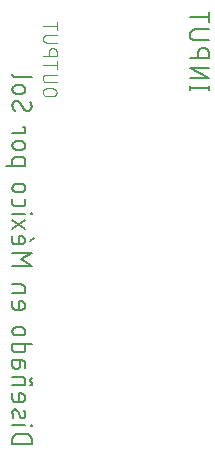
<source format=gbr>
G04 EAGLE Gerber RS-274X export*
G75*
%MOMM*%
%FSLAX34Y34*%
%LPD*%
%INSilkscreen Bottom*%
%IPPOS*%
%AMOC8*
5,1,8,0,0,1.08239X$1,22.5*%
G01*
%ADD10C,0.152400*%
%ADD11C,0.101600*%


D10*
X22982Y32891D02*
X39238Y32891D01*
X39238Y37406D01*
X39236Y37537D01*
X39230Y37669D01*
X39221Y37800D01*
X39207Y37930D01*
X39190Y38061D01*
X39169Y38190D01*
X39145Y38319D01*
X39116Y38447D01*
X39084Y38575D01*
X39048Y38701D01*
X39009Y38826D01*
X38966Y38951D01*
X38919Y39073D01*
X38869Y39195D01*
X38815Y39315D01*
X38758Y39433D01*
X38697Y39549D01*
X38633Y39664D01*
X38566Y39777D01*
X38495Y39888D01*
X38421Y39996D01*
X38344Y40103D01*
X38264Y40207D01*
X38181Y40309D01*
X38096Y40408D01*
X38007Y40505D01*
X37915Y40599D01*
X37821Y40691D01*
X37724Y40780D01*
X37625Y40865D01*
X37523Y40948D01*
X37419Y41028D01*
X37312Y41105D01*
X37204Y41179D01*
X37093Y41250D01*
X36980Y41317D01*
X36865Y41381D01*
X36749Y41442D01*
X36631Y41499D01*
X36511Y41553D01*
X36389Y41603D01*
X36267Y41650D01*
X36142Y41693D01*
X36017Y41732D01*
X35891Y41768D01*
X35763Y41800D01*
X35635Y41829D01*
X35506Y41853D01*
X35377Y41874D01*
X35246Y41891D01*
X35116Y41905D01*
X34985Y41914D01*
X34853Y41920D01*
X34722Y41922D01*
X27498Y41922D01*
X27367Y41920D01*
X27235Y41914D01*
X27104Y41905D01*
X26974Y41891D01*
X26843Y41874D01*
X26714Y41853D01*
X26585Y41829D01*
X26457Y41800D01*
X26329Y41768D01*
X26203Y41732D01*
X26078Y41693D01*
X25953Y41650D01*
X25831Y41603D01*
X25709Y41553D01*
X25589Y41499D01*
X25471Y41442D01*
X25355Y41381D01*
X25240Y41317D01*
X25127Y41250D01*
X25016Y41179D01*
X24908Y41105D01*
X24801Y41028D01*
X24697Y40948D01*
X24595Y40865D01*
X24496Y40780D01*
X24399Y40691D01*
X24305Y40599D01*
X24213Y40505D01*
X24124Y40408D01*
X24039Y40309D01*
X23956Y40207D01*
X23876Y40103D01*
X23799Y39996D01*
X23725Y39888D01*
X23654Y39777D01*
X23587Y39664D01*
X23523Y39549D01*
X23462Y39433D01*
X23405Y39315D01*
X23351Y39195D01*
X23301Y39073D01*
X23254Y38951D01*
X23211Y38826D01*
X23172Y38701D01*
X23136Y38575D01*
X23104Y38447D01*
X23075Y38319D01*
X23051Y38190D01*
X23030Y38061D01*
X23013Y37930D01*
X22999Y37800D01*
X22990Y37669D01*
X22984Y37537D01*
X22982Y37406D01*
X22982Y32891D01*
X22982Y48869D02*
X33819Y48869D01*
X38335Y48418D02*
X39238Y48418D01*
X39238Y49321D01*
X38335Y49321D01*
X38335Y48418D01*
X29304Y56511D02*
X27498Y61027D01*
X29304Y56511D02*
X29341Y56423D01*
X29382Y56337D01*
X29426Y56252D01*
X29474Y56169D01*
X29525Y56089D01*
X29579Y56010D01*
X29637Y55934D01*
X29697Y55860D01*
X29761Y55788D01*
X29827Y55720D01*
X29897Y55654D01*
X29968Y55591D01*
X30043Y55530D01*
X30119Y55473D01*
X30198Y55420D01*
X30279Y55369D01*
X30362Y55322D01*
X30447Y55278D01*
X30534Y55238D01*
X30622Y55201D01*
X30712Y55168D01*
X30803Y55138D01*
X30895Y55113D01*
X30988Y55091D01*
X31082Y55073D01*
X31176Y55058D01*
X31271Y55048D01*
X31367Y55042D01*
X31462Y55039D01*
X31558Y55040D01*
X31653Y55046D01*
X31749Y55055D01*
X31843Y55068D01*
X31937Y55084D01*
X32031Y55105D01*
X32123Y55130D01*
X32214Y55158D01*
X32304Y55190D01*
X32393Y55225D01*
X32480Y55264D01*
X32566Y55307D01*
X32650Y55353D01*
X32731Y55403D01*
X32811Y55455D01*
X32889Y55511D01*
X32964Y55571D01*
X33036Y55633D01*
X33106Y55698D01*
X33174Y55766D01*
X33238Y55836D01*
X33300Y55909D01*
X33358Y55985D01*
X33414Y56063D01*
X33466Y56143D01*
X33515Y56225D01*
X33560Y56309D01*
X33602Y56395D01*
X33641Y56482D01*
X33676Y56571D01*
X33707Y56662D01*
X33734Y56753D01*
X33758Y56846D01*
X33778Y56939D01*
X33794Y57033D01*
X33806Y57128D01*
X33815Y57223D01*
X33819Y57319D01*
X33820Y57414D01*
X33813Y57661D01*
X33801Y57907D01*
X33783Y58153D01*
X33758Y58399D01*
X33728Y58643D01*
X33692Y58887D01*
X33651Y59130D01*
X33603Y59372D01*
X33549Y59613D01*
X33490Y59852D01*
X33425Y60090D01*
X33354Y60326D01*
X33278Y60561D01*
X33196Y60794D01*
X33108Y61024D01*
X33015Y61252D01*
X32917Y61479D01*
X27497Y61027D02*
X27460Y61115D01*
X27419Y61201D01*
X27375Y61286D01*
X27327Y61369D01*
X27276Y61449D01*
X27222Y61528D01*
X27164Y61604D01*
X27104Y61678D01*
X27040Y61750D01*
X26974Y61818D01*
X26904Y61884D01*
X26833Y61947D01*
X26758Y62008D01*
X26682Y62065D01*
X26603Y62118D01*
X26522Y62169D01*
X26439Y62216D01*
X26354Y62260D01*
X26267Y62300D01*
X26179Y62337D01*
X26089Y62370D01*
X25998Y62400D01*
X25906Y62425D01*
X25813Y62447D01*
X25719Y62465D01*
X25625Y62480D01*
X25530Y62490D01*
X25434Y62496D01*
X25339Y62499D01*
X25243Y62498D01*
X25148Y62492D01*
X25052Y62483D01*
X24958Y62470D01*
X24864Y62454D01*
X24770Y62433D01*
X24678Y62408D01*
X24587Y62380D01*
X24497Y62348D01*
X24408Y62313D01*
X24321Y62274D01*
X24235Y62231D01*
X24151Y62185D01*
X24070Y62135D01*
X23990Y62083D01*
X23912Y62027D01*
X23837Y61967D01*
X23765Y61905D01*
X23695Y61840D01*
X23627Y61772D01*
X23563Y61702D01*
X23501Y61629D01*
X23443Y61553D01*
X23387Y61475D01*
X23335Y61395D01*
X23286Y61313D01*
X23241Y61229D01*
X23199Y61143D01*
X23160Y61056D01*
X23125Y60967D01*
X23094Y60876D01*
X23067Y60785D01*
X23043Y60692D01*
X23023Y60599D01*
X23007Y60505D01*
X22995Y60410D01*
X22986Y60315D01*
X22982Y60219D01*
X22981Y60124D01*
X22982Y60123D02*
X22991Y59761D01*
X23009Y59399D01*
X23036Y59038D01*
X23071Y58678D01*
X23114Y58318D01*
X23166Y57959D01*
X23227Y57602D01*
X23296Y57247D01*
X23373Y56893D01*
X23459Y56541D01*
X23553Y56191D01*
X23656Y55843D01*
X23766Y55498D01*
X23885Y55156D01*
X22982Y71413D02*
X22982Y75928D01*
X22982Y71413D02*
X22984Y71312D01*
X22990Y71211D01*
X22999Y71110D01*
X23012Y71009D01*
X23029Y70909D01*
X23050Y70810D01*
X23074Y70712D01*
X23102Y70615D01*
X23134Y70518D01*
X23169Y70423D01*
X23208Y70330D01*
X23250Y70238D01*
X23296Y70147D01*
X23345Y70059D01*
X23397Y69972D01*
X23453Y69887D01*
X23511Y69804D01*
X23573Y69724D01*
X23638Y69646D01*
X23705Y69570D01*
X23775Y69497D01*
X23848Y69427D01*
X23924Y69360D01*
X24002Y69295D01*
X24082Y69233D01*
X24165Y69175D01*
X24250Y69119D01*
X24337Y69067D01*
X24425Y69018D01*
X24516Y68972D01*
X24608Y68930D01*
X24701Y68891D01*
X24796Y68856D01*
X24893Y68824D01*
X24990Y68796D01*
X25088Y68772D01*
X25187Y68751D01*
X25287Y68734D01*
X25388Y68721D01*
X25489Y68712D01*
X25590Y68706D01*
X25691Y68704D01*
X25691Y68703D02*
X30207Y68703D01*
X30207Y68704D02*
X30326Y68706D01*
X30446Y68712D01*
X30565Y68722D01*
X30683Y68736D01*
X30802Y68753D01*
X30919Y68775D01*
X31036Y68800D01*
X31151Y68830D01*
X31266Y68863D01*
X31380Y68900D01*
X31492Y68940D01*
X31603Y68985D01*
X31712Y69033D01*
X31820Y69084D01*
X31926Y69139D01*
X32030Y69198D01*
X32132Y69260D01*
X32232Y69325D01*
X32330Y69394D01*
X32426Y69466D01*
X32519Y69541D01*
X32609Y69618D01*
X32697Y69699D01*
X32782Y69783D01*
X32864Y69870D01*
X32944Y69959D01*
X33020Y70051D01*
X33094Y70145D01*
X33164Y70242D01*
X33231Y70340D01*
X33295Y70441D01*
X33355Y70545D01*
X33412Y70650D01*
X33465Y70757D01*
X33515Y70865D01*
X33561Y70975D01*
X33603Y71087D01*
X33642Y71200D01*
X33677Y71314D01*
X33708Y71429D01*
X33736Y71546D01*
X33759Y71663D01*
X33779Y71780D01*
X33795Y71899D01*
X33807Y72018D01*
X33815Y72137D01*
X33819Y72256D01*
X33819Y72376D01*
X33815Y72495D01*
X33807Y72614D01*
X33795Y72733D01*
X33779Y72852D01*
X33759Y72969D01*
X33736Y73086D01*
X33708Y73203D01*
X33677Y73318D01*
X33642Y73432D01*
X33603Y73545D01*
X33561Y73657D01*
X33515Y73767D01*
X33465Y73875D01*
X33412Y73982D01*
X33355Y74087D01*
X33295Y74191D01*
X33231Y74292D01*
X33164Y74390D01*
X33094Y74487D01*
X33020Y74581D01*
X32944Y74673D01*
X32864Y74762D01*
X32782Y74849D01*
X32697Y74933D01*
X32609Y75014D01*
X32519Y75091D01*
X32426Y75166D01*
X32330Y75238D01*
X32232Y75307D01*
X32132Y75372D01*
X32030Y75434D01*
X31926Y75493D01*
X31820Y75548D01*
X31712Y75599D01*
X31603Y75647D01*
X31492Y75692D01*
X31380Y75732D01*
X31266Y75769D01*
X31151Y75802D01*
X31036Y75832D01*
X30919Y75857D01*
X30802Y75879D01*
X30683Y75896D01*
X30565Y75910D01*
X30446Y75920D01*
X30326Y75926D01*
X30207Y75928D01*
X28401Y75928D01*
X28401Y68703D01*
X22982Y82772D02*
X33819Y82772D01*
X33819Y87287D01*
X33817Y87388D01*
X33811Y87489D01*
X33802Y87590D01*
X33789Y87691D01*
X33772Y87791D01*
X33751Y87890D01*
X33727Y87988D01*
X33699Y88085D01*
X33667Y88182D01*
X33632Y88277D01*
X33593Y88370D01*
X33551Y88462D01*
X33505Y88553D01*
X33456Y88642D01*
X33404Y88728D01*
X33348Y88813D01*
X33290Y88896D01*
X33228Y88976D01*
X33163Y89054D01*
X33096Y89130D01*
X33026Y89203D01*
X32953Y89273D01*
X32877Y89340D01*
X32799Y89405D01*
X32719Y89467D01*
X32636Y89525D01*
X32551Y89581D01*
X32465Y89633D01*
X32376Y89682D01*
X32285Y89728D01*
X32193Y89770D01*
X32100Y89809D01*
X32005Y89844D01*
X31908Y89876D01*
X31811Y89904D01*
X31713Y89928D01*
X31614Y89949D01*
X31514Y89966D01*
X31413Y89979D01*
X31312Y89988D01*
X31211Y89994D01*
X31110Y89996D01*
X22982Y89996D01*
X37883Y82772D02*
X37966Y82774D01*
X38050Y82780D01*
X38133Y82789D01*
X38215Y82803D01*
X38296Y82820D01*
X38377Y82841D01*
X38457Y82866D01*
X38535Y82894D01*
X38612Y82926D01*
X38688Y82961D01*
X38762Y83000D01*
X38834Y83043D01*
X38904Y83088D01*
X38971Y83137D01*
X39037Y83189D01*
X39100Y83243D01*
X39160Y83301D01*
X39218Y83361D01*
X39272Y83424D01*
X39324Y83490D01*
X39373Y83557D01*
X39419Y83627D01*
X39461Y83699D01*
X39500Y83773D01*
X39535Y83849D01*
X39567Y83926D01*
X39595Y84004D01*
X39620Y84084D01*
X39641Y84165D01*
X39658Y84246D01*
X39672Y84329D01*
X39681Y84411D01*
X39687Y84495D01*
X39689Y84578D01*
X39690Y84578D02*
X39688Y84653D01*
X39682Y84728D01*
X39673Y84802D01*
X39659Y84876D01*
X39642Y84949D01*
X39621Y85021D01*
X39597Y85092D01*
X39569Y85162D01*
X39537Y85230D01*
X39502Y85296D01*
X39464Y85361D01*
X39422Y85423D01*
X39377Y85483D01*
X39330Y85541D01*
X39279Y85597D01*
X39226Y85649D01*
X39169Y85699D01*
X39111Y85746D01*
X39050Y85790D01*
X38987Y85831D01*
X38922Y85868D01*
X38855Y85902D01*
X38787Y85933D01*
X38786Y85932D02*
X38718Y85963D01*
X38651Y85997D01*
X38586Y86034D01*
X38523Y86075D01*
X38462Y86119D01*
X38404Y86166D01*
X38347Y86216D01*
X38294Y86268D01*
X38243Y86324D01*
X38196Y86381D01*
X38151Y86442D01*
X38109Y86504D01*
X38071Y86569D01*
X38036Y86635D01*
X38004Y86703D01*
X37976Y86773D01*
X37952Y86844D01*
X37931Y86916D01*
X37914Y86989D01*
X37900Y87063D01*
X37891Y87137D01*
X37885Y87212D01*
X37883Y87287D01*
X37885Y87370D01*
X37891Y87454D01*
X37900Y87536D01*
X37914Y87619D01*
X37931Y87700D01*
X37952Y87781D01*
X37977Y87861D01*
X38005Y87939D01*
X38037Y88016D01*
X38072Y88092D01*
X38111Y88166D01*
X38154Y88238D01*
X38199Y88308D01*
X38248Y88375D01*
X38300Y88441D01*
X38354Y88504D01*
X38412Y88564D01*
X38472Y88622D01*
X38535Y88676D01*
X38601Y88728D01*
X38668Y88777D01*
X38738Y88823D01*
X38810Y88865D01*
X38884Y88904D01*
X38960Y88939D01*
X39037Y88971D01*
X39115Y88999D01*
X39195Y89024D01*
X39276Y89045D01*
X39357Y89062D01*
X39440Y89076D01*
X39522Y89085D01*
X39606Y89091D01*
X39689Y89093D01*
X29304Y99927D02*
X29304Y103991D01*
X29304Y99927D02*
X29302Y99815D01*
X29296Y99704D01*
X29286Y99593D01*
X29273Y99482D01*
X29255Y99372D01*
X29233Y99263D01*
X29208Y99154D01*
X29179Y99046D01*
X29146Y98940D01*
X29109Y98834D01*
X29069Y98730D01*
X29025Y98628D01*
X28977Y98527D01*
X28926Y98428D01*
X28871Y98330D01*
X28813Y98235D01*
X28752Y98142D01*
X28687Y98051D01*
X28619Y97962D01*
X28548Y97876D01*
X28475Y97793D01*
X28398Y97712D01*
X28318Y97633D01*
X28236Y97558D01*
X28151Y97486D01*
X28064Y97416D01*
X27974Y97350D01*
X27882Y97287D01*
X27787Y97227D01*
X27691Y97171D01*
X27593Y97118D01*
X27493Y97069D01*
X27391Y97023D01*
X27288Y96981D01*
X27183Y96942D01*
X27077Y96907D01*
X26970Y96876D01*
X26862Y96849D01*
X26753Y96825D01*
X26643Y96806D01*
X26533Y96790D01*
X26422Y96778D01*
X26310Y96770D01*
X26199Y96766D01*
X26087Y96766D01*
X25976Y96770D01*
X25864Y96778D01*
X25753Y96790D01*
X25643Y96806D01*
X25533Y96825D01*
X25424Y96849D01*
X25316Y96876D01*
X25209Y96907D01*
X25103Y96942D01*
X24998Y96981D01*
X24895Y97023D01*
X24793Y97069D01*
X24693Y97118D01*
X24595Y97171D01*
X24499Y97227D01*
X24404Y97287D01*
X24312Y97350D01*
X24222Y97416D01*
X24135Y97486D01*
X24050Y97558D01*
X23968Y97633D01*
X23888Y97712D01*
X23811Y97793D01*
X23738Y97876D01*
X23667Y97962D01*
X23599Y98051D01*
X23534Y98142D01*
X23473Y98235D01*
X23415Y98330D01*
X23360Y98428D01*
X23309Y98527D01*
X23261Y98628D01*
X23217Y98730D01*
X23177Y98834D01*
X23140Y98940D01*
X23107Y99046D01*
X23078Y99154D01*
X23053Y99263D01*
X23031Y99372D01*
X23013Y99482D01*
X23000Y99593D01*
X22990Y99704D01*
X22984Y99815D01*
X22982Y99927D01*
X22982Y103991D01*
X31110Y103991D01*
X31211Y103989D01*
X31312Y103983D01*
X31413Y103974D01*
X31514Y103961D01*
X31614Y103944D01*
X31713Y103923D01*
X31811Y103899D01*
X31908Y103871D01*
X32005Y103839D01*
X32100Y103804D01*
X32193Y103765D01*
X32285Y103723D01*
X32376Y103677D01*
X32465Y103628D01*
X32551Y103576D01*
X32636Y103520D01*
X32719Y103462D01*
X32799Y103400D01*
X32877Y103335D01*
X32953Y103268D01*
X33026Y103198D01*
X33096Y103125D01*
X33163Y103049D01*
X33228Y102971D01*
X33290Y102891D01*
X33348Y102808D01*
X33404Y102723D01*
X33456Y102637D01*
X33505Y102548D01*
X33551Y102457D01*
X33593Y102365D01*
X33632Y102272D01*
X33667Y102177D01*
X33699Y102080D01*
X33727Y101983D01*
X33751Y101885D01*
X33772Y101786D01*
X33789Y101686D01*
X33802Y101585D01*
X33811Y101484D01*
X33817Y101383D01*
X33819Y101282D01*
X33819Y97669D01*
X39238Y118059D02*
X22982Y118059D01*
X22982Y113544D01*
X22984Y113443D01*
X22990Y113342D01*
X22999Y113241D01*
X23012Y113140D01*
X23029Y113040D01*
X23050Y112941D01*
X23074Y112843D01*
X23102Y112746D01*
X23134Y112649D01*
X23169Y112554D01*
X23208Y112461D01*
X23250Y112369D01*
X23296Y112278D01*
X23345Y112190D01*
X23397Y112103D01*
X23453Y112018D01*
X23511Y111935D01*
X23573Y111855D01*
X23638Y111777D01*
X23705Y111701D01*
X23775Y111628D01*
X23848Y111558D01*
X23924Y111491D01*
X24002Y111426D01*
X24082Y111364D01*
X24165Y111306D01*
X24250Y111250D01*
X24337Y111198D01*
X24425Y111149D01*
X24516Y111103D01*
X24608Y111061D01*
X24701Y111022D01*
X24796Y110987D01*
X24893Y110955D01*
X24990Y110927D01*
X25088Y110903D01*
X25187Y110882D01*
X25287Y110865D01*
X25388Y110852D01*
X25489Y110843D01*
X25590Y110837D01*
X25691Y110835D01*
X25691Y110834D02*
X31110Y110834D01*
X31110Y110835D02*
X31211Y110837D01*
X31312Y110843D01*
X31413Y110852D01*
X31514Y110865D01*
X31614Y110882D01*
X31713Y110903D01*
X31811Y110927D01*
X31908Y110955D01*
X32005Y110987D01*
X32100Y111022D01*
X32193Y111061D01*
X32285Y111103D01*
X32376Y111149D01*
X32464Y111198D01*
X32551Y111250D01*
X32636Y111306D01*
X32719Y111364D01*
X32799Y111426D01*
X32877Y111491D01*
X32953Y111558D01*
X33026Y111628D01*
X33096Y111701D01*
X33163Y111777D01*
X33228Y111855D01*
X33290Y111935D01*
X33348Y112018D01*
X33404Y112103D01*
X33456Y112189D01*
X33505Y112278D01*
X33551Y112369D01*
X33593Y112461D01*
X33632Y112554D01*
X33667Y112649D01*
X33699Y112746D01*
X33727Y112843D01*
X33751Y112941D01*
X33772Y113040D01*
X33789Y113140D01*
X33802Y113241D01*
X33811Y113342D01*
X33817Y113443D01*
X33819Y113544D01*
X33819Y118059D01*
X30207Y124976D02*
X26594Y124976D01*
X30207Y124976D02*
X30326Y124978D01*
X30446Y124984D01*
X30565Y124994D01*
X30683Y125008D01*
X30802Y125025D01*
X30919Y125047D01*
X31036Y125072D01*
X31151Y125102D01*
X31266Y125135D01*
X31380Y125172D01*
X31492Y125212D01*
X31603Y125257D01*
X31712Y125305D01*
X31820Y125356D01*
X31926Y125411D01*
X32030Y125470D01*
X32132Y125532D01*
X32232Y125597D01*
X32330Y125666D01*
X32426Y125738D01*
X32519Y125813D01*
X32609Y125890D01*
X32697Y125971D01*
X32782Y126055D01*
X32864Y126142D01*
X32944Y126231D01*
X33020Y126323D01*
X33094Y126417D01*
X33164Y126514D01*
X33231Y126612D01*
X33295Y126713D01*
X33355Y126817D01*
X33412Y126922D01*
X33465Y127029D01*
X33515Y127137D01*
X33561Y127247D01*
X33603Y127359D01*
X33642Y127472D01*
X33677Y127586D01*
X33708Y127701D01*
X33736Y127818D01*
X33759Y127935D01*
X33779Y128052D01*
X33795Y128171D01*
X33807Y128290D01*
X33815Y128409D01*
X33819Y128528D01*
X33819Y128648D01*
X33815Y128767D01*
X33807Y128886D01*
X33795Y129005D01*
X33779Y129124D01*
X33759Y129241D01*
X33736Y129358D01*
X33708Y129475D01*
X33677Y129590D01*
X33642Y129704D01*
X33603Y129817D01*
X33561Y129929D01*
X33515Y130039D01*
X33465Y130147D01*
X33412Y130254D01*
X33355Y130359D01*
X33295Y130463D01*
X33231Y130564D01*
X33164Y130662D01*
X33094Y130759D01*
X33020Y130853D01*
X32944Y130945D01*
X32864Y131034D01*
X32782Y131121D01*
X32697Y131205D01*
X32609Y131286D01*
X32519Y131363D01*
X32426Y131438D01*
X32330Y131510D01*
X32232Y131579D01*
X32132Y131644D01*
X32030Y131706D01*
X31926Y131765D01*
X31820Y131820D01*
X31712Y131871D01*
X31603Y131919D01*
X31492Y131964D01*
X31380Y132004D01*
X31266Y132041D01*
X31151Y132074D01*
X31036Y132104D01*
X30919Y132129D01*
X30802Y132151D01*
X30683Y132168D01*
X30565Y132182D01*
X30446Y132192D01*
X30326Y132198D01*
X30207Y132200D01*
X30207Y132201D02*
X26594Y132201D01*
X26594Y132200D02*
X26475Y132198D01*
X26355Y132192D01*
X26236Y132182D01*
X26118Y132168D01*
X25999Y132151D01*
X25882Y132129D01*
X25765Y132104D01*
X25650Y132074D01*
X25535Y132041D01*
X25421Y132004D01*
X25309Y131964D01*
X25198Y131919D01*
X25089Y131871D01*
X24981Y131820D01*
X24875Y131765D01*
X24771Y131706D01*
X24669Y131644D01*
X24569Y131579D01*
X24471Y131510D01*
X24375Y131438D01*
X24282Y131363D01*
X24192Y131286D01*
X24104Y131205D01*
X24019Y131121D01*
X23937Y131034D01*
X23857Y130945D01*
X23781Y130853D01*
X23707Y130759D01*
X23637Y130662D01*
X23570Y130564D01*
X23506Y130463D01*
X23446Y130359D01*
X23389Y130254D01*
X23336Y130147D01*
X23286Y130039D01*
X23240Y129929D01*
X23198Y129817D01*
X23159Y129704D01*
X23124Y129590D01*
X23093Y129475D01*
X23065Y129358D01*
X23042Y129241D01*
X23022Y129124D01*
X23006Y129005D01*
X22994Y128886D01*
X22986Y128767D01*
X22982Y128648D01*
X22982Y128528D01*
X22986Y128409D01*
X22994Y128290D01*
X23006Y128171D01*
X23022Y128052D01*
X23042Y127935D01*
X23065Y127818D01*
X23093Y127701D01*
X23124Y127586D01*
X23159Y127472D01*
X23198Y127359D01*
X23240Y127247D01*
X23286Y127137D01*
X23336Y127029D01*
X23389Y126922D01*
X23446Y126817D01*
X23506Y126713D01*
X23570Y126612D01*
X23637Y126514D01*
X23707Y126417D01*
X23781Y126323D01*
X23857Y126231D01*
X23937Y126142D01*
X24019Y126055D01*
X24104Y125971D01*
X24192Y125890D01*
X24282Y125813D01*
X24375Y125738D01*
X24471Y125666D01*
X24569Y125597D01*
X24669Y125532D01*
X24771Y125470D01*
X24875Y125411D01*
X24981Y125356D01*
X25089Y125305D01*
X25198Y125257D01*
X25309Y125212D01*
X25421Y125172D01*
X25535Y125135D01*
X25650Y125102D01*
X25765Y125072D01*
X25882Y125047D01*
X25999Y125025D01*
X26118Y125008D01*
X26236Y124994D01*
X26355Y124984D01*
X26475Y124978D01*
X26594Y124976D01*
X22982Y149569D02*
X22982Y154084D01*
X22982Y149569D02*
X22984Y149468D01*
X22990Y149367D01*
X22999Y149266D01*
X23012Y149165D01*
X23029Y149065D01*
X23050Y148966D01*
X23074Y148868D01*
X23102Y148771D01*
X23134Y148674D01*
X23169Y148579D01*
X23208Y148486D01*
X23250Y148394D01*
X23296Y148303D01*
X23345Y148215D01*
X23397Y148128D01*
X23453Y148043D01*
X23511Y147960D01*
X23573Y147880D01*
X23638Y147802D01*
X23705Y147726D01*
X23775Y147653D01*
X23848Y147583D01*
X23924Y147516D01*
X24002Y147451D01*
X24082Y147389D01*
X24165Y147331D01*
X24250Y147275D01*
X24337Y147223D01*
X24425Y147174D01*
X24516Y147128D01*
X24608Y147086D01*
X24701Y147047D01*
X24796Y147012D01*
X24893Y146980D01*
X24990Y146952D01*
X25088Y146928D01*
X25187Y146907D01*
X25287Y146890D01*
X25388Y146877D01*
X25489Y146868D01*
X25590Y146862D01*
X25691Y146860D01*
X30207Y146860D01*
X30326Y146862D01*
X30446Y146868D01*
X30565Y146878D01*
X30683Y146892D01*
X30802Y146909D01*
X30919Y146931D01*
X31036Y146956D01*
X31151Y146986D01*
X31266Y147019D01*
X31380Y147056D01*
X31492Y147096D01*
X31603Y147141D01*
X31712Y147189D01*
X31820Y147240D01*
X31926Y147295D01*
X32030Y147354D01*
X32132Y147416D01*
X32232Y147481D01*
X32330Y147550D01*
X32426Y147622D01*
X32519Y147697D01*
X32609Y147774D01*
X32697Y147855D01*
X32782Y147939D01*
X32864Y148026D01*
X32944Y148115D01*
X33020Y148207D01*
X33094Y148301D01*
X33164Y148398D01*
X33231Y148496D01*
X33295Y148597D01*
X33355Y148701D01*
X33412Y148806D01*
X33465Y148913D01*
X33515Y149021D01*
X33561Y149131D01*
X33603Y149243D01*
X33642Y149356D01*
X33677Y149470D01*
X33708Y149585D01*
X33736Y149702D01*
X33759Y149819D01*
X33779Y149936D01*
X33795Y150055D01*
X33807Y150174D01*
X33815Y150293D01*
X33819Y150412D01*
X33819Y150532D01*
X33815Y150651D01*
X33807Y150770D01*
X33795Y150889D01*
X33779Y151008D01*
X33759Y151125D01*
X33736Y151242D01*
X33708Y151359D01*
X33677Y151474D01*
X33642Y151588D01*
X33603Y151701D01*
X33561Y151813D01*
X33515Y151923D01*
X33465Y152031D01*
X33412Y152138D01*
X33355Y152243D01*
X33295Y152347D01*
X33231Y152448D01*
X33164Y152546D01*
X33094Y152643D01*
X33020Y152737D01*
X32944Y152829D01*
X32864Y152918D01*
X32782Y153005D01*
X32697Y153089D01*
X32609Y153170D01*
X32519Y153247D01*
X32426Y153322D01*
X32330Y153394D01*
X32232Y153463D01*
X32132Y153528D01*
X32030Y153590D01*
X31926Y153649D01*
X31820Y153704D01*
X31712Y153755D01*
X31603Y153803D01*
X31492Y153848D01*
X31380Y153888D01*
X31266Y153925D01*
X31151Y153958D01*
X31036Y153988D01*
X30919Y154013D01*
X30802Y154035D01*
X30683Y154052D01*
X30565Y154066D01*
X30446Y154076D01*
X30326Y154082D01*
X30207Y154084D01*
X28401Y154084D01*
X28401Y146860D01*
X22982Y160928D02*
X33819Y160928D01*
X33819Y165443D01*
X33817Y165544D01*
X33811Y165645D01*
X33802Y165746D01*
X33789Y165847D01*
X33772Y165947D01*
X33751Y166046D01*
X33727Y166144D01*
X33699Y166241D01*
X33667Y166338D01*
X33632Y166433D01*
X33593Y166526D01*
X33551Y166618D01*
X33505Y166709D01*
X33456Y166798D01*
X33404Y166884D01*
X33348Y166969D01*
X33290Y167052D01*
X33228Y167132D01*
X33163Y167210D01*
X33096Y167286D01*
X33026Y167359D01*
X32953Y167429D01*
X32877Y167496D01*
X32799Y167561D01*
X32719Y167623D01*
X32636Y167681D01*
X32551Y167737D01*
X32465Y167789D01*
X32376Y167838D01*
X32285Y167884D01*
X32193Y167926D01*
X32100Y167965D01*
X32005Y168000D01*
X31908Y168032D01*
X31811Y168060D01*
X31713Y168084D01*
X31614Y168105D01*
X31514Y168122D01*
X31413Y168135D01*
X31312Y168144D01*
X31211Y168150D01*
X31110Y168152D01*
X22982Y168152D01*
X22982Y184131D02*
X39238Y184131D01*
X30207Y189550D01*
X39238Y194969D01*
X22982Y194969D01*
X22982Y204799D02*
X22982Y209315D01*
X22982Y204799D02*
X22984Y204698D01*
X22990Y204597D01*
X22999Y204496D01*
X23012Y204395D01*
X23029Y204295D01*
X23050Y204196D01*
X23074Y204098D01*
X23102Y204001D01*
X23134Y203904D01*
X23169Y203809D01*
X23208Y203716D01*
X23250Y203624D01*
X23296Y203533D01*
X23345Y203445D01*
X23397Y203358D01*
X23453Y203273D01*
X23511Y203190D01*
X23573Y203110D01*
X23638Y203032D01*
X23705Y202956D01*
X23775Y202883D01*
X23848Y202813D01*
X23924Y202746D01*
X24002Y202681D01*
X24082Y202619D01*
X24165Y202561D01*
X24250Y202505D01*
X24337Y202453D01*
X24425Y202404D01*
X24516Y202358D01*
X24608Y202316D01*
X24701Y202277D01*
X24796Y202242D01*
X24893Y202210D01*
X24990Y202182D01*
X25088Y202158D01*
X25187Y202137D01*
X25287Y202120D01*
X25388Y202107D01*
X25489Y202098D01*
X25590Y202092D01*
X25691Y202090D01*
X30207Y202090D01*
X30326Y202092D01*
X30446Y202098D01*
X30565Y202108D01*
X30683Y202122D01*
X30802Y202139D01*
X30919Y202161D01*
X31036Y202186D01*
X31151Y202216D01*
X31266Y202249D01*
X31380Y202286D01*
X31492Y202326D01*
X31603Y202371D01*
X31712Y202419D01*
X31820Y202470D01*
X31926Y202525D01*
X32030Y202584D01*
X32132Y202646D01*
X32232Y202711D01*
X32330Y202780D01*
X32426Y202852D01*
X32519Y202927D01*
X32609Y203004D01*
X32697Y203085D01*
X32782Y203169D01*
X32864Y203256D01*
X32944Y203345D01*
X33020Y203437D01*
X33094Y203531D01*
X33164Y203628D01*
X33231Y203726D01*
X33295Y203827D01*
X33355Y203931D01*
X33412Y204036D01*
X33465Y204143D01*
X33515Y204251D01*
X33561Y204361D01*
X33603Y204473D01*
X33642Y204586D01*
X33677Y204700D01*
X33708Y204815D01*
X33736Y204932D01*
X33759Y205049D01*
X33779Y205166D01*
X33795Y205285D01*
X33807Y205404D01*
X33815Y205523D01*
X33819Y205642D01*
X33819Y205762D01*
X33815Y205881D01*
X33807Y206000D01*
X33795Y206119D01*
X33779Y206238D01*
X33759Y206355D01*
X33736Y206472D01*
X33708Y206589D01*
X33677Y206704D01*
X33642Y206818D01*
X33603Y206931D01*
X33561Y207043D01*
X33515Y207153D01*
X33465Y207261D01*
X33412Y207368D01*
X33355Y207473D01*
X33295Y207577D01*
X33231Y207678D01*
X33164Y207776D01*
X33094Y207873D01*
X33020Y207967D01*
X32944Y208059D01*
X32864Y208148D01*
X32782Y208235D01*
X32697Y208319D01*
X32609Y208400D01*
X32519Y208477D01*
X32426Y208552D01*
X32330Y208624D01*
X32232Y208693D01*
X32132Y208758D01*
X32030Y208820D01*
X31926Y208879D01*
X31820Y208934D01*
X31712Y208985D01*
X31603Y209033D01*
X31492Y209078D01*
X31380Y209118D01*
X31266Y209155D01*
X31151Y209188D01*
X31036Y209218D01*
X30919Y209243D01*
X30802Y209265D01*
X30683Y209282D01*
X30565Y209296D01*
X30446Y209306D01*
X30326Y209312D01*
X30207Y209314D01*
X30207Y209315D02*
X28401Y209315D01*
X28401Y202090D01*
X37883Y204799D02*
X41044Y207508D01*
X33819Y222341D02*
X22982Y215116D01*
X22982Y222341D02*
X33819Y215116D01*
X33819Y228107D02*
X22982Y228107D01*
X38335Y227655D02*
X39238Y227655D01*
X39238Y228559D01*
X38335Y228559D01*
X38335Y227655D01*
X22982Y237121D02*
X22982Y240734D01*
X22982Y237121D02*
X22984Y237020D01*
X22990Y236919D01*
X22999Y236818D01*
X23012Y236717D01*
X23029Y236617D01*
X23050Y236518D01*
X23074Y236420D01*
X23102Y236323D01*
X23134Y236226D01*
X23169Y236131D01*
X23208Y236038D01*
X23250Y235946D01*
X23296Y235855D01*
X23345Y235767D01*
X23397Y235680D01*
X23453Y235595D01*
X23511Y235512D01*
X23573Y235432D01*
X23638Y235354D01*
X23705Y235278D01*
X23775Y235205D01*
X23848Y235135D01*
X23924Y235068D01*
X24002Y235003D01*
X24082Y234941D01*
X24165Y234883D01*
X24250Y234827D01*
X24337Y234775D01*
X24425Y234726D01*
X24516Y234680D01*
X24608Y234638D01*
X24701Y234599D01*
X24796Y234564D01*
X24893Y234532D01*
X24990Y234504D01*
X25088Y234480D01*
X25187Y234459D01*
X25287Y234442D01*
X25388Y234429D01*
X25489Y234420D01*
X25590Y234414D01*
X25691Y234412D01*
X31110Y234412D01*
X31211Y234414D01*
X31312Y234420D01*
X31413Y234429D01*
X31514Y234442D01*
X31614Y234459D01*
X31713Y234480D01*
X31811Y234504D01*
X31908Y234532D01*
X32005Y234564D01*
X32100Y234599D01*
X32193Y234638D01*
X32285Y234680D01*
X32376Y234726D01*
X32464Y234775D01*
X32551Y234827D01*
X32636Y234883D01*
X32719Y234941D01*
X32799Y235003D01*
X32877Y235068D01*
X32953Y235135D01*
X33026Y235205D01*
X33096Y235278D01*
X33163Y235354D01*
X33228Y235432D01*
X33290Y235512D01*
X33348Y235595D01*
X33404Y235680D01*
X33456Y235766D01*
X33505Y235855D01*
X33551Y235946D01*
X33593Y236038D01*
X33632Y236131D01*
X33667Y236226D01*
X33699Y236323D01*
X33727Y236420D01*
X33751Y236518D01*
X33772Y236617D01*
X33789Y236717D01*
X33802Y236818D01*
X33811Y236919D01*
X33817Y237020D01*
X33819Y237121D01*
X33819Y240734D01*
X30207Y246378D02*
X26594Y246378D01*
X30207Y246379D02*
X30326Y246381D01*
X30446Y246387D01*
X30565Y246397D01*
X30683Y246411D01*
X30802Y246428D01*
X30919Y246450D01*
X31036Y246475D01*
X31151Y246505D01*
X31266Y246538D01*
X31380Y246575D01*
X31492Y246615D01*
X31603Y246660D01*
X31712Y246708D01*
X31820Y246759D01*
X31926Y246814D01*
X32030Y246873D01*
X32132Y246935D01*
X32232Y247000D01*
X32330Y247069D01*
X32426Y247141D01*
X32519Y247216D01*
X32609Y247293D01*
X32697Y247374D01*
X32782Y247458D01*
X32864Y247545D01*
X32944Y247634D01*
X33020Y247726D01*
X33094Y247820D01*
X33164Y247917D01*
X33231Y248015D01*
X33295Y248116D01*
X33355Y248220D01*
X33412Y248325D01*
X33465Y248432D01*
X33515Y248540D01*
X33561Y248650D01*
X33603Y248762D01*
X33642Y248875D01*
X33677Y248989D01*
X33708Y249104D01*
X33736Y249221D01*
X33759Y249338D01*
X33779Y249455D01*
X33795Y249574D01*
X33807Y249693D01*
X33815Y249812D01*
X33819Y249931D01*
X33819Y250051D01*
X33815Y250170D01*
X33807Y250289D01*
X33795Y250408D01*
X33779Y250527D01*
X33759Y250644D01*
X33736Y250761D01*
X33708Y250878D01*
X33677Y250993D01*
X33642Y251107D01*
X33603Y251220D01*
X33561Y251332D01*
X33515Y251442D01*
X33465Y251550D01*
X33412Y251657D01*
X33355Y251762D01*
X33295Y251866D01*
X33231Y251967D01*
X33164Y252065D01*
X33094Y252162D01*
X33020Y252256D01*
X32944Y252348D01*
X32864Y252437D01*
X32782Y252524D01*
X32697Y252608D01*
X32609Y252689D01*
X32519Y252766D01*
X32426Y252841D01*
X32330Y252913D01*
X32232Y252982D01*
X32132Y253047D01*
X32030Y253109D01*
X31926Y253168D01*
X31820Y253223D01*
X31712Y253274D01*
X31603Y253322D01*
X31492Y253367D01*
X31380Y253407D01*
X31266Y253444D01*
X31151Y253477D01*
X31036Y253507D01*
X30919Y253532D01*
X30802Y253554D01*
X30683Y253571D01*
X30565Y253585D01*
X30446Y253595D01*
X30326Y253601D01*
X30207Y253603D01*
X26594Y253603D01*
X26475Y253601D01*
X26355Y253595D01*
X26236Y253585D01*
X26118Y253571D01*
X25999Y253554D01*
X25882Y253532D01*
X25765Y253507D01*
X25650Y253477D01*
X25535Y253444D01*
X25421Y253407D01*
X25309Y253367D01*
X25198Y253322D01*
X25089Y253274D01*
X24981Y253223D01*
X24875Y253168D01*
X24771Y253109D01*
X24669Y253047D01*
X24569Y252982D01*
X24471Y252913D01*
X24375Y252841D01*
X24282Y252766D01*
X24192Y252689D01*
X24104Y252608D01*
X24019Y252524D01*
X23937Y252437D01*
X23857Y252348D01*
X23781Y252256D01*
X23707Y252162D01*
X23637Y252065D01*
X23570Y251967D01*
X23506Y251866D01*
X23446Y251762D01*
X23389Y251657D01*
X23336Y251550D01*
X23286Y251442D01*
X23240Y251332D01*
X23198Y251220D01*
X23159Y251107D01*
X23124Y250993D01*
X23093Y250878D01*
X23065Y250761D01*
X23042Y250644D01*
X23022Y250527D01*
X23006Y250408D01*
X22994Y250289D01*
X22986Y250170D01*
X22982Y250051D01*
X22982Y249931D01*
X22986Y249812D01*
X22994Y249693D01*
X23006Y249574D01*
X23022Y249455D01*
X23042Y249338D01*
X23065Y249221D01*
X23093Y249104D01*
X23124Y248989D01*
X23159Y248875D01*
X23198Y248762D01*
X23240Y248650D01*
X23286Y248540D01*
X23336Y248432D01*
X23389Y248325D01*
X23446Y248220D01*
X23506Y248116D01*
X23570Y248015D01*
X23637Y247917D01*
X23707Y247820D01*
X23781Y247726D01*
X23857Y247634D01*
X23937Y247545D01*
X24019Y247458D01*
X24104Y247374D01*
X24192Y247293D01*
X24282Y247216D01*
X24375Y247141D01*
X24471Y247069D01*
X24569Y247000D01*
X24669Y246935D01*
X24771Y246873D01*
X24875Y246814D01*
X24981Y246759D01*
X25089Y246708D01*
X25198Y246660D01*
X25309Y246615D01*
X25421Y246575D01*
X25535Y246538D01*
X25650Y246505D01*
X25765Y246475D01*
X25882Y246450D01*
X25999Y246428D01*
X26118Y246411D01*
X26236Y246397D01*
X26355Y246387D01*
X26475Y246381D01*
X26594Y246379D01*
X33819Y268856D02*
X17563Y268856D01*
X33819Y268856D02*
X33819Y273372D01*
X33817Y273473D01*
X33811Y273574D01*
X33802Y273675D01*
X33789Y273776D01*
X33772Y273876D01*
X33751Y273975D01*
X33727Y274073D01*
X33699Y274170D01*
X33667Y274267D01*
X33632Y274362D01*
X33593Y274455D01*
X33551Y274547D01*
X33505Y274638D01*
X33456Y274727D01*
X33404Y274813D01*
X33348Y274898D01*
X33290Y274981D01*
X33228Y275061D01*
X33163Y275139D01*
X33096Y275215D01*
X33026Y275288D01*
X32953Y275358D01*
X32877Y275425D01*
X32799Y275490D01*
X32719Y275552D01*
X32636Y275610D01*
X32551Y275666D01*
X32465Y275718D01*
X32376Y275767D01*
X32285Y275813D01*
X32193Y275855D01*
X32100Y275894D01*
X32005Y275929D01*
X31908Y275961D01*
X31811Y275989D01*
X31713Y276013D01*
X31614Y276034D01*
X31514Y276051D01*
X31413Y276064D01*
X31312Y276073D01*
X31211Y276079D01*
X31110Y276081D01*
X25691Y276081D01*
X25590Y276079D01*
X25489Y276073D01*
X25388Y276064D01*
X25287Y276051D01*
X25187Y276034D01*
X25088Y276013D01*
X24990Y275989D01*
X24893Y275961D01*
X24796Y275929D01*
X24701Y275894D01*
X24608Y275855D01*
X24516Y275813D01*
X24425Y275767D01*
X24337Y275718D01*
X24250Y275666D01*
X24165Y275610D01*
X24082Y275552D01*
X24002Y275490D01*
X23924Y275425D01*
X23848Y275358D01*
X23775Y275288D01*
X23705Y275215D01*
X23638Y275139D01*
X23573Y275061D01*
X23511Y274981D01*
X23453Y274898D01*
X23397Y274813D01*
X23345Y274727D01*
X23296Y274638D01*
X23250Y274547D01*
X23208Y274455D01*
X23169Y274362D01*
X23134Y274267D01*
X23102Y274170D01*
X23074Y274073D01*
X23050Y273975D01*
X23029Y273876D01*
X23012Y273776D01*
X22999Y273675D01*
X22990Y273574D01*
X22984Y273473D01*
X22982Y273372D01*
X22982Y268856D01*
X26594Y282330D02*
X30207Y282330D01*
X30326Y282332D01*
X30446Y282338D01*
X30565Y282348D01*
X30683Y282362D01*
X30802Y282379D01*
X30919Y282401D01*
X31036Y282426D01*
X31151Y282456D01*
X31266Y282489D01*
X31380Y282526D01*
X31492Y282566D01*
X31603Y282611D01*
X31712Y282659D01*
X31820Y282710D01*
X31926Y282765D01*
X32030Y282824D01*
X32132Y282886D01*
X32232Y282951D01*
X32330Y283020D01*
X32426Y283092D01*
X32519Y283167D01*
X32609Y283244D01*
X32697Y283325D01*
X32782Y283409D01*
X32864Y283496D01*
X32944Y283585D01*
X33020Y283677D01*
X33094Y283771D01*
X33164Y283868D01*
X33231Y283966D01*
X33295Y284067D01*
X33355Y284171D01*
X33412Y284276D01*
X33465Y284383D01*
X33515Y284491D01*
X33561Y284601D01*
X33603Y284713D01*
X33642Y284826D01*
X33677Y284940D01*
X33708Y285055D01*
X33736Y285172D01*
X33759Y285289D01*
X33779Y285406D01*
X33795Y285525D01*
X33807Y285644D01*
X33815Y285763D01*
X33819Y285882D01*
X33819Y286002D01*
X33815Y286121D01*
X33807Y286240D01*
X33795Y286359D01*
X33779Y286478D01*
X33759Y286595D01*
X33736Y286712D01*
X33708Y286829D01*
X33677Y286944D01*
X33642Y287058D01*
X33603Y287171D01*
X33561Y287283D01*
X33515Y287393D01*
X33465Y287501D01*
X33412Y287608D01*
X33355Y287713D01*
X33295Y287817D01*
X33231Y287918D01*
X33164Y288016D01*
X33094Y288113D01*
X33020Y288207D01*
X32944Y288299D01*
X32864Y288388D01*
X32782Y288475D01*
X32697Y288559D01*
X32609Y288640D01*
X32519Y288717D01*
X32426Y288792D01*
X32330Y288864D01*
X32232Y288933D01*
X32132Y288998D01*
X32030Y289060D01*
X31926Y289119D01*
X31820Y289174D01*
X31712Y289225D01*
X31603Y289273D01*
X31492Y289318D01*
X31380Y289358D01*
X31266Y289395D01*
X31151Y289428D01*
X31036Y289458D01*
X30919Y289483D01*
X30802Y289505D01*
X30683Y289522D01*
X30565Y289536D01*
X30446Y289546D01*
X30326Y289552D01*
X30207Y289554D01*
X30207Y289555D02*
X26594Y289555D01*
X26594Y289554D02*
X26475Y289552D01*
X26355Y289546D01*
X26236Y289536D01*
X26118Y289522D01*
X25999Y289505D01*
X25882Y289483D01*
X25765Y289458D01*
X25650Y289428D01*
X25535Y289395D01*
X25421Y289358D01*
X25309Y289318D01*
X25198Y289273D01*
X25089Y289225D01*
X24981Y289174D01*
X24875Y289119D01*
X24771Y289060D01*
X24669Y288998D01*
X24569Y288933D01*
X24471Y288864D01*
X24375Y288792D01*
X24282Y288717D01*
X24192Y288640D01*
X24104Y288559D01*
X24019Y288475D01*
X23937Y288388D01*
X23857Y288299D01*
X23781Y288207D01*
X23707Y288113D01*
X23637Y288016D01*
X23570Y287918D01*
X23506Y287817D01*
X23446Y287713D01*
X23389Y287608D01*
X23336Y287501D01*
X23286Y287393D01*
X23240Y287283D01*
X23198Y287171D01*
X23159Y287058D01*
X23124Y286944D01*
X23093Y286829D01*
X23065Y286712D01*
X23042Y286595D01*
X23022Y286478D01*
X23006Y286359D01*
X22994Y286240D01*
X22986Y286121D01*
X22982Y286002D01*
X22982Y285882D01*
X22986Y285763D01*
X22994Y285644D01*
X23006Y285525D01*
X23022Y285406D01*
X23042Y285289D01*
X23065Y285172D01*
X23093Y285055D01*
X23124Y284940D01*
X23159Y284826D01*
X23198Y284713D01*
X23240Y284601D01*
X23286Y284491D01*
X23336Y284383D01*
X23389Y284276D01*
X23446Y284171D01*
X23506Y284067D01*
X23570Y283966D01*
X23637Y283868D01*
X23707Y283771D01*
X23781Y283677D01*
X23857Y283585D01*
X23937Y283496D01*
X24019Y283409D01*
X24104Y283325D01*
X24192Y283244D01*
X24282Y283167D01*
X24375Y283092D01*
X24471Y283020D01*
X24569Y282951D01*
X24669Y282886D01*
X24771Y282824D01*
X24875Y282765D01*
X24981Y282710D01*
X25089Y282659D01*
X25198Y282611D01*
X25309Y282566D01*
X25421Y282526D01*
X25535Y282489D01*
X25650Y282456D01*
X25765Y282426D01*
X25882Y282401D01*
X25999Y282379D01*
X26118Y282362D01*
X26236Y282348D01*
X26355Y282338D01*
X26475Y282332D01*
X26594Y282330D01*
X22982Y296483D02*
X33819Y296483D01*
X33819Y301902D01*
X32013Y301902D01*
X22982Y320192D02*
X22984Y320310D01*
X22990Y320428D01*
X22999Y320546D01*
X23013Y320663D01*
X23030Y320780D01*
X23051Y320897D01*
X23076Y321012D01*
X23105Y321127D01*
X23138Y321241D01*
X23174Y321353D01*
X23214Y321464D01*
X23257Y321574D01*
X23304Y321683D01*
X23354Y321790D01*
X23409Y321895D01*
X23466Y321998D01*
X23527Y322099D01*
X23591Y322199D01*
X23658Y322296D01*
X23728Y322391D01*
X23802Y322483D01*
X23878Y322574D01*
X23958Y322661D01*
X24040Y322746D01*
X24125Y322828D01*
X24212Y322908D01*
X24303Y322984D01*
X24395Y323058D01*
X24490Y323128D01*
X24587Y323195D01*
X24687Y323259D01*
X24788Y323320D01*
X24891Y323377D01*
X24996Y323432D01*
X25103Y323482D01*
X25212Y323529D01*
X25322Y323572D01*
X25433Y323612D01*
X25545Y323648D01*
X25659Y323681D01*
X25774Y323710D01*
X25889Y323735D01*
X26006Y323756D01*
X26123Y323773D01*
X26240Y323787D01*
X26358Y323796D01*
X26476Y323802D01*
X26594Y323804D01*
X22982Y320192D02*
X22984Y320009D01*
X22991Y319827D01*
X23002Y319645D01*
X23017Y319463D01*
X23037Y319281D01*
X23060Y319100D01*
X23089Y318920D01*
X23121Y318740D01*
X23158Y318561D01*
X23199Y318384D01*
X23245Y318207D01*
X23294Y318031D01*
X23348Y317857D01*
X23406Y317683D01*
X23468Y317512D01*
X23534Y317342D01*
X23605Y317173D01*
X23679Y317006D01*
X23757Y316841D01*
X23839Y316678D01*
X23925Y316517D01*
X24015Y316358D01*
X24109Y316201D01*
X24206Y316047D01*
X24307Y315895D01*
X24412Y315745D01*
X24520Y315598D01*
X24631Y315454D01*
X24746Y315312D01*
X24865Y315173D01*
X24987Y315037D01*
X25112Y314904D01*
X25240Y314774D01*
X35626Y315225D02*
X35744Y315227D01*
X35862Y315233D01*
X35980Y315242D01*
X36097Y315256D01*
X36214Y315273D01*
X36331Y315294D01*
X36446Y315319D01*
X36561Y315348D01*
X36675Y315381D01*
X36787Y315417D01*
X36898Y315457D01*
X37008Y315500D01*
X37117Y315547D01*
X37224Y315597D01*
X37329Y315652D01*
X37432Y315709D01*
X37533Y315770D01*
X37633Y315834D01*
X37730Y315901D01*
X37825Y315971D01*
X37917Y316045D01*
X38008Y316121D01*
X38095Y316201D01*
X38180Y316283D01*
X38262Y316368D01*
X38342Y316455D01*
X38418Y316546D01*
X38492Y316638D01*
X38562Y316733D01*
X38629Y316830D01*
X38693Y316930D01*
X38754Y317031D01*
X38812Y317134D01*
X38866Y317239D01*
X38916Y317346D01*
X38963Y317455D01*
X39007Y317565D01*
X39046Y317676D01*
X39082Y317789D01*
X39115Y317902D01*
X39144Y318017D01*
X39169Y318132D01*
X39190Y318249D01*
X39207Y318366D01*
X39221Y318483D01*
X39230Y318601D01*
X39236Y318719D01*
X39238Y318837D01*
X39236Y318998D01*
X39230Y319160D01*
X39221Y319321D01*
X39207Y319482D01*
X39190Y319642D01*
X39169Y319802D01*
X39144Y319962D01*
X39115Y320121D01*
X39083Y320279D01*
X39047Y320436D01*
X39007Y320592D01*
X38963Y320748D01*
X38915Y320902D01*
X38864Y321055D01*
X38810Y321207D01*
X38751Y321358D01*
X38690Y321507D01*
X38624Y321654D01*
X38555Y321800D01*
X38483Y321945D01*
X38407Y322087D01*
X38328Y322228D01*
X38246Y322367D01*
X38160Y322503D01*
X38071Y322638D01*
X37979Y322771D01*
X37883Y322901D01*
X32465Y317031D02*
X32527Y316930D01*
X32592Y316830D01*
X32661Y316733D01*
X32733Y316638D01*
X32807Y316545D01*
X32885Y316455D01*
X32966Y316367D01*
X33049Y316282D01*
X33135Y316200D01*
X33224Y316121D01*
X33315Y316044D01*
X33409Y315971D01*
X33505Y315900D01*
X33603Y315833D01*
X33703Y315769D01*
X33806Y315708D01*
X33910Y315651D01*
X34016Y315597D01*
X34124Y315547D01*
X34233Y315500D01*
X34344Y315456D01*
X34456Y315416D01*
X34570Y315380D01*
X34684Y315348D01*
X34800Y315319D01*
X34916Y315294D01*
X35033Y315273D01*
X35151Y315256D01*
X35269Y315242D01*
X35388Y315233D01*
X35507Y315227D01*
X35626Y315225D01*
X29755Y321999D02*
X29693Y322100D01*
X29628Y322200D01*
X29559Y322297D01*
X29487Y322392D01*
X29413Y322485D01*
X29335Y322575D01*
X29254Y322663D01*
X29171Y322748D01*
X29085Y322830D01*
X28996Y322909D01*
X28905Y322986D01*
X28811Y323059D01*
X28715Y323130D01*
X28617Y323197D01*
X28517Y323261D01*
X28414Y323322D01*
X28310Y323379D01*
X28204Y323433D01*
X28096Y323483D01*
X27987Y323530D01*
X27876Y323574D01*
X27764Y323614D01*
X27650Y323650D01*
X27536Y323682D01*
X27420Y323711D01*
X27304Y323736D01*
X27187Y323757D01*
X27069Y323774D01*
X26951Y323788D01*
X26832Y323797D01*
X26713Y323803D01*
X26594Y323805D01*
X29755Y321998D02*
X32465Y317031D01*
X30207Y329745D02*
X26594Y329745D01*
X30207Y329745D02*
X30326Y329747D01*
X30446Y329753D01*
X30565Y329763D01*
X30683Y329777D01*
X30802Y329794D01*
X30919Y329816D01*
X31036Y329841D01*
X31151Y329871D01*
X31266Y329904D01*
X31380Y329941D01*
X31492Y329981D01*
X31603Y330026D01*
X31712Y330074D01*
X31820Y330125D01*
X31926Y330180D01*
X32030Y330239D01*
X32132Y330301D01*
X32232Y330366D01*
X32330Y330435D01*
X32426Y330507D01*
X32519Y330582D01*
X32609Y330659D01*
X32697Y330740D01*
X32782Y330824D01*
X32864Y330911D01*
X32944Y331000D01*
X33020Y331092D01*
X33094Y331186D01*
X33164Y331283D01*
X33231Y331381D01*
X33295Y331482D01*
X33355Y331586D01*
X33412Y331691D01*
X33465Y331798D01*
X33515Y331906D01*
X33561Y332016D01*
X33603Y332128D01*
X33642Y332241D01*
X33677Y332355D01*
X33708Y332470D01*
X33736Y332587D01*
X33759Y332704D01*
X33779Y332821D01*
X33795Y332940D01*
X33807Y333059D01*
X33815Y333178D01*
X33819Y333297D01*
X33819Y333417D01*
X33815Y333536D01*
X33807Y333655D01*
X33795Y333774D01*
X33779Y333893D01*
X33759Y334010D01*
X33736Y334127D01*
X33708Y334244D01*
X33677Y334359D01*
X33642Y334473D01*
X33603Y334586D01*
X33561Y334698D01*
X33515Y334808D01*
X33465Y334916D01*
X33412Y335023D01*
X33355Y335128D01*
X33295Y335232D01*
X33231Y335333D01*
X33164Y335431D01*
X33094Y335528D01*
X33020Y335622D01*
X32944Y335714D01*
X32864Y335803D01*
X32782Y335890D01*
X32697Y335974D01*
X32609Y336055D01*
X32519Y336132D01*
X32426Y336207D01*
X32330Y336279D01*
X32232Y336348D01*
X32132Y336413D01*
X32030Y336475D01*
X31926Y336534D01*
X31820Y336589D01*
X31712Y336640D01*
X31603Y336688D01*
X31492Y336733D01*
X31380Y336773D01*
X31266Y336810D01*
X31151Y336843D01*
X31036Y336873D01*
X30919Y336898D01*
X30802Y336920D01*
X30683Y336937D01*
X30565Y336951D01*
X30446Y336961D01*
X30326Y336967D01*
X30207Y336969D01*
X30207Y336970D02*
X26594Y336970D01*
X26594Y336969D02*
X26475Y336967D01*
X26355Y336961D01*
X26236Y336951D01*
X26118Y336937D01*
X25999Y336920D01*
X25882Y336898D01*
X25765Y336873D01*
X25650Y336843D01*
X25535Y336810D01*
X25421Y336773D01*
X25309Y336733D01*
X25198Y336688D01*
X25089Y336640D01*
X24981Y336589D01*
X24875Y336534D01*
X24771Y336475D01*
X24669Y336413D01*
X24569Y336348D01*
X24471Y336279D01*
X24375Y336207D01*
X24282Y336132D01*
X24192Y336055D01*
X24104Y335974D01*
X24019Y335890D01*
X23937Y335803D01*
X23857Y335714D01*
X23781Y335622D01*
X23707Y335528D01*
X23637Y335431D01*
X23570Y335333D01*
X23506Y335232D01*
X23446Y335128D01*
X23389Y335023D01*
X23336Y334916D01*
X23286Y334808D01*
X23240Y334698D01*
X23198Y334586D01*
X23159Y334473D01*
X23124Y334359D01*
X23093Y334244D01*
X23065Y334127D01*
X23042Y334010D01*
X23022Y333893D01*
X23006Y333774D01*
X22994Y333655D01*
X22986Y333536D01*
X22982Y333417D01*
X22982Y333297D01*
X22986Y333178D01*
X22994Y333059D01*
X23006Y332940D01*
X23022Y332821D01*
X23042Y332704D01*
X23065Y332587D01*
X23093Y332470D01*
X23124Y332355D01*
X23159Y332241D01*
X23198Y332128D01*
X23240Y332016D01*
X23286Y331906D01*
X23336Y331798D01*
X23389Y331691D01*
X23446Y331586D01*
X23506Y331482D01*
X23570Y331381D01*
X23637Y331283D01*
X23707Y331186D01*
X23781Y331092D01*
X23857Y331000D01*
X23937Y330911D01*
X24019Y330824D01*
X24104Y330740D01*
X24192Y330659D01*
X24282Y330582D01*
X24375Y330507D01*
X24471Y330435D01*
X24569Y330366D01*
X24669Y330301D01*
X24771Y330239D01*
X24875Y330180D01*
X24981Y330125D01*
X25089Y330074D01*
X25198Y330026D01*
X25309Y329981D01*
X25421Y329941D01*
X25535Y329904D01*
X25650Y329871D01*
X25765Y329841D01*
X25882Y329816D01*
X25999Y329794D01*
X26118Y329777D01*
X26236Y329763D01*
X26355Y329753D01*
X26475Y329747D01*
X26594Y329745D01*
X25691Y343529D02*
X39238Y343529D01*
X25691Y343529D02*
X25590Y343531D01*
X25489Y343537D01*
X25388Y343546D01*
X25287Y343559D01*
X25187Y343576D01*
X25088Y343597D01*
X24990Y343621D01*
X24893Y343649D01*
X24796Y343681D01*
X24701Y343716D01*
X24608Y343755D01*
X24516Y343797D01*
X24425Y343843D01*
X24337Y343892D01*
X24250Y343944D01*
X24165Y344000D01*
X24082Y344058D01*
X24002Y344120D01*
X23924Y344185D01*
X23848Y344252D01*
X23775Y344322D01*
X23705Y344395D01*
X23638Y344471D01*
X23573Y344549D01*
X23511Y344629D01*
X23453Y344712D01*
X23397Y344797D01*
X23345Y344884D01*
X23296Y344972D01*
X23250Y345063D01*
X23208Y345155D01*
X23169Y345248D01*
X23134Y345343D01*
X23102Y345440D01*
X23074Y345537D01*
X23050Y345635D01*
X23029Y345734D01*
X23012Y345834D01*
X22999Y345935D01*
X22990Y346036D01*
X22984Y346137D01*
X22982Y346238D01*
X172982Y334282D02*
X189238Y334282D01*
X172982Y332475D02*
X172982Y336088D01*
X189238Y336088D02*
X189238Y332475D01*
X189238Y342792D02*
X172982Y342792D01*
X172982Y351823D02*
X189238Y342792D01*
X189238Y351823D02*
X172982Y351823D01*
X172982Y359676D02*
X189238Y359676D01*
X189238Y364192D01*
X189236Y364325D01*
X189230Y364457D01*
X189220Y364589D01*
X189207Y364721D01*
X189189Y364853D01*
X189168Y364983D01*
X189143Y365114D01*
X189114Y365243D01*
X189081Y365371D01*
X189045Y365499D01*
X189005Y365625D01*
X188961Y365750D01*
X188913Y365874D01*
X188862Y365996D01*
X188807Y366117D01*
X188749Y366236D01*
X188687Y366354D01*
X188622Y366469D01*
X188553Y366583D01*
X188482Y366694D01*
X188406Y366803D01*
X188328Y366910D01*
X188247Y367015D01*
X188162Y367117D01*
X188075Y367217D01*
X187985Y367314D01*
X187892Y367409D01*
X187796Y367500D01*
X187698Y367589D01*
X187597Y367675D01*
X187493Y367758D01*
X187387Y367838D01*
X187279Y367914D01*
X187169Y367988D01*
X187056Y368058D01*
X186942Y368125D01*
X186825Y368188D01*
X186707Y368248D01*
X186587Y368305D01*
X186465Y368358D01*
X186342Y368407D01*
X186218Y368453D01*
X186092Y368495D01*
X185965Y368533D01*
X185837Y368568D01*
X185708Y368599D01*
X185579Y368626D01*
X185448Y368649D01*
X185317Y368669D01*
X185185Y368684D01*
X185053Y368696D01*
X184921Y368704D01*
X184788Y368708D01*
X184656Y368708D01*
X184523Y368704D01*
X184391Y368696D01*
X184259Y368684D01*
X184127Y368669D01*
X183996Y368649D01*
X183865Y368626D01*
X183736Y368599D01*
X183607Y368568D01*
X183479Y368533D01*
X183352Y368495D01*
X183226Y368453D01*
X183102Y368407D01*
X182979Y368358D01*
X182857Y368305D01*
X182737Y368248D01*
X182619Y368188D01*
X182502Y368125D01*
X182388Y368058D01*
X182275Y367988D01*
X182165Y367914D01*
X182057Y367838D01*
X181951Y367758D01*
X181847Y367675D01*
X181746Y367589D01*
X181648Y367500D01*
X181552Y367409D01*
X181459Y367314D01*
X181369Y367217D01*
X181282Y367117D01*
X181197Y367015D01*
X181116Y366910D01*
X181038Y366803D01*
X180962Y366694D01*
X180891Y366583D01*
X180822Y366469D01*
X180757Y366354D01*
X180695Y366236D01*
X180637Y366117D01*
X180582Y365996D01*
X180531Y365874D01*
X180483Y365750D01*
X180439Y365625D01*
X180399Y365499D01*
X180363Y365371D01*
X180330Y365243D01*
X180301Y365114D01*
X180276Y364983D01*
X180255Y364853D01*
X180237Y364721D01*
X180224Y364589D01*
X180214Y364457D01*
X180208Y364325D01*
X180206Y364192D01*
X180207Y364192D02*
X180207Y359676D01*
X177498Y375097D02*
X189238Y375097D01*
X177498Y375096D02*
X177365Y375098D01*
X177233Y375104D01*
X177101Y375114D01*
X176969Y375127D01*
X176837Y375145D01*
X176707Y375166D01*
X176576Y375191D01*
X176447Y375220D01*
X176319Y375253D01*
X176191Y375289D01*
X176065Y375329D01*
X175940Y375373D01*
X175816Y375421D01*
X175694Y375472D01*
X175573Y375527D01*
X175454Y375585D01*
X175336Y375647D01*
X175221Y375712D01*
X175107Y375781D01*
X174996Y375852D01*
X174887Y375928D01*
X174780Y376006D01*
X174675Y376087D01*
X174573Y376172D01*
X174473Y376259D01*
X174376Y376349D01*
X174281Y376442D01*
X174190Y376538D01*
X174101Y376636D01*
X174015Y376737D01*
X173932Y376841D01*
X173852Y376947D01*
X173776Y377055D01*
X173702Y377165D01*
X173632Y377278D01*
X173565Y377392D01*
X173502Y377509D01*
X173442Y377627D01*
X173385Y377747D01*
X173332Y377869D01*
X173283Y377992D01*
X173237Y378116D01*
X173195Y378242D01*
X173157Y378369D01*
X173122Y378497D01*
X173091Y378626D01*
X173064Y378755D01*
X173041Y378886D01*
X173021Y379017D01*
X173006Y379149D01*
X172994Y379281D01*
X172986Y379413D01*
X172982Y379546D01*
X172982Y379678D01*
X172986Y379811D01*
X172994Y379943D01*
X173006Y380075D01*
X173021Y380207D01*
X173041Y380338D01*
X173064Y380469D01*
X173091Y380598D01*
X173122Y380727D01*
X173157Y380855D01*
X173195Y380982D01*
X173237Y381108D01*
X173283Y381232D01*
X173332Y381355D01*
X173385Y381477D01*
X173442Y381597D01*
X173502Y381715D01*
X173565Y381832D01*
X173632Y381946D01*
X173702Y382059D01*
X173776Y382169D01*
X173852Y382277D01*
X173932Y382383D01*
X174015Y382487D01*
X174101Y382588D01*
X174190Y382686D01*
X174281Y382782D01*
X174376Y382875D01*
X174473Y382965D01*
X174573Y383052D01*
X174675Y383137D01*
X174780Y383218D01*
X174887Y383296D01*
X174996Y383372D01*
X175107Y383443D01*
X175221Y383512D01*
X175336Y383577D01*
X175454Y383639D01*
X175573Y383697D01*
X175694Y383752D01*
X175816Y383803D01*
X175940Y383851D01*
X176065Y383895D01*
X176191Y383935D01*
X176319Y383971D01*
X176447Y384004D01*
X176576Y384033D01*
X176707Y384058D01*
X176837Y384079D01*
X176969Y384097D01*
X177101Y384110D01*
X177233Y384120D01*
X177365Y384126D01*
X177498Y384128D01*
X189238Y384128D01*
X189238Y394722D02*
X172982Y394722D01*
X189238Y390207D02*
X189238Y399238D01*
D11*
X57146Y327608D02*
X51954Y327608D01*
X57146Y327608D02*
X57259Y327610D01*
X57372Y327616D01*
X57485Y327626D01*
X57598Y327640D01*
X57710Y327657D01*
X57821Y327679D01*
X57931Y327704D01*
X58041Y327734D01*
X58149Y327767D01*
X58256Y327804D01*
X58362Y327844D01*
X58466Y327889D01*
X58569Y327937D01*
X58670Y327988D01*
X58769Y328043D01*
X58866Y328101D01*
X58961Y328163D01*
X59054Y328228D01*
X59144Y328296D01*
X59232Y328367D01*
X59318Y328442D01*
X59401Y328519D01*
X59481Y328599D01*
X59558Y328682D01*
X59633Y328768D01*
X59704Y328856D01*
X59772Y328946D01*
X59837Y329039D01*
X59899Y329134D01*
X59957Y329231D01*
X60012Y329330D01*
X60063Y329431D01*
X60111Y329534D01*
X60156Y329638D01*
X60196Y329744D01*
X60233Y329851D01*
X60266Y329959D01*
X60296Y330069D01*
X60321Y330179D01*
X60343Y330290D01*
X60360Y330402D01*
X60374Y330515D01*
X60384Y330628D01*
X60390Y330741D01*
X60392Y330854D01*
X60390Y330967D01*
X60384Y331080D01*
X60374Y331193D01*
X60360Y331306D01*
X60343Y331418D01*
X60321Y331529D01*
X60296Y331639D01*
X60266Y331749D01*
X60233Y331857D01*
X60196Y331964D01*
X60156Y332070D01*
X60111Y332174D01*
X60063Y332277D01*
X60012Y332378D01*
X59957Y332477D01*
X59899Y332574D01*
X59837Y332669D01*
X59772Y332762D01*
X59704Y332852D01*
X59633Y332940D01*
X59558Y333026D01*
X59481Y333109D01*
X59401Y333189D01*
X59318Y333266D01*
X59232Y333341D01*
X59144Y333412D01*
X59054Y333480D01*
X58961Y333545D01*
X58866Y333607D01*
X58769Y333665D01*
X58670Y333720D01*
X58569Y333771D01*
X58466Y333819D01*
X58362Y333864D01*
X58256Y333904D01*
X58149Y333941D01*
X58041Y333974D01*
X57931Y334004D01*
X57821Y334029D01*
X57710Y334051D01*
X57598Y334068D01*
X57485Y334082D01*
X57372Y334092D01*
X57259Y334098D01*
X57146Y334100D01*
X57146Y334099D02*
X51954Y334099D01*
X51954Y334100D02*
X51841Y334098D01*
X51728Y334092D01*
X51615Y334082D01*
X51502Y334068D01*
X51390Y334051D01*
X51279Y334029D01*
X51169Y334004D01*
X51059Y333974D01*
X50951Y333941D01*
X50844Y333904D01*
X50738Y333864D01*
X50634Y333819D01*
X50531Y333771D01*
X50430Y333720D01*
X50331Y333665D01*
X50234Y333607D01*
X50139Y333545D01*
X50046Y333480D01*
X49956Y333412D01*
X49868Y333341D01*
X49782Y333266D01*
X49699Y333189D01*
X49619Y333109D01*
X49542Y333026D01*
X49467Y332940D01*
X49396Y332852D01*
X49328Y332762D01*
X49263Y332669D01*
X49201Y332574D01*
X49143Y332477D01*
X49088Y332378D01*
X49037Y332277D01*
X48989Y332174D01*
X48944Y332070D01*
X48904Y331964D01*
X48867Y331857D01*
X48834Y331749D01*
X48804Y331639D01*
X48779Y331529D01*
X48757Y331418D01*
X48740Y331306D01*
X48726Y331193D01*
X48716Y331080D01*
X48710Y330967D01*
X48708Y330854D01*
X48710Y330741D01*
X48716Y330628D01*
X48726Y330515D01*
X48740Y330402D01*
X48757Y330290D01*
X48779Y330179D01*
X48804Y330069D01*
X48834Y329959D01*
X48867Y329851D01*
X48904Y329744D01*
X48944Y329638D01*
X48989Y329534D01*
X49037Y329431D01*
X49088Y329330D01*
X49143Y329231D01*
X49201Y329134D01*
X49263Y329039D01*
X49328Y328946D01*
X49396Y328856D01*
X49467Y328768D01*
X49542Y328682D01*
X49619Y328599D01*
X49699Y328519D01*
X49782Y328442D01*
X49868Y328367D01*
X49956Y328296D01*
X50046Y328228D01*
X50139Y328163D01*
X50234Y328101D01*
X50331Y328043D01*
X50430Y327988D01*
X50531Y327937D01*
X50634Y327889D01*
X50738Y327844D01*
X50844Y327804D01*
X50951Y327767D01*
X51059Y327734D01*
X51169Y327704D01*
X51279Y327679D01*
X51390Y327657D01*
X51502Y327640D01*
X51615Y327626D01*
X51728Y327616D01*
X51841Y327610D01*
X51954Y327608D01*
X51954Y339419D02*
X60392Y339419D01*
X51954Y339419D02*
X51841Y339421D01*
X51728Y339427D01*
X51615Y339437D01*
X51502Y339451D01*
X51390Y339468D01*
X51279Y339490D01*
X51169Y339515D01*
X51059Y339545D01*
X50951Y339578D01*
X50844Y339615D01*
X50738Y339655D01*
X50634Y339700D01*
X50531Y339748D01*
X50430Y339799D01*
X50331Y339854D01*
X50234Y339912D01*
X50139Y339974D01*
X50046Y340039D01*
X49956Y340107D01*
X49868Y340178D01*
X49782Y340253D01*
X49699Y340330D01*
X49619Y340410D01*
X49542Y340493D01*
X49467Y340579D01*
X49396Y340667D01*
X49328Y340757D01*
X49263Y340850D01*
X49201Y340945D01*
X49143Y341042D01*
X49088Y341141D01*
X49037Y341242D01*
X48989Y341345D01*
X48944Y341449D01*
X48904Y341555D01*
X48867Y341662D01*
X48834Y341770D01*
X48804Y341880D01*
X48779Y341990D01*
X48757Y342101D01*
X48740Y342213D01*
X48726Y342326D01*
X48716Y342439D01*
X48710Y342552D01*
X48708Y342665D01*
X48710Y342778D01*
X48716Y342891D01*
X48726Y343004D01*
X48740Y343117D01*
X48757Y343229D01*
X48779Y343340D01*
X48804Y343450D01*
X48834Y343560D01*
X48867Y343668D01*
X48904Y343775D01*
X48944Y343881D01*
X48989Y343985D01*
X49037Y344088D01*
X49088Y344189D01*
X49143Y344288D01*
X49201Y344385D01*
X49263Y344480D01*
X49328Y344573D01*
X49396Y344663D01*
X49467Y344751D01*
X49542Y344837D01*
X49619Y344920D01*
X49699Y345000D01*
X49782Y345077D01*
X49868Y345152D01*
X49956Y345223D01*
X50046Y345291D01*
X50139Y345356D01*
X50234Y345418D01*
X50331Y345476D01*
X50430Y345531D01*
X50531Y345582D01*
X50634Y345630D01*
X50738Y345675D01*
X50844Y345715D01*
X50951Y345752D01*
X51059Y345785D01*
X51169Y345815D01*
X51279Y345840D01*
X51390Y345862D01*
X51502Y345879D01*
X51615Y345893D01*
X51728Y345903D01*
X51841Y345909D01*
X51954Y345911D01*
X51954Y345910D02*
X60392Y345910D01*
X60392Y353713D02*
X48708Y353713D01*
X60392Y350468D02*
X60392Y356959D01*
X60392Y361686D02*
X48708Y361686D01*
X60392Y361686D02*
X60392Y364932D01*
X60390Y365045D01*
X60384Y365158D01*
X60374Y365271D01*
X60360Y365384D01*
X60343Y365496D01*
X60321Y365607D01*
X60296Y365717D01*
X60266Y365827D01*
X60233Y365935D01*
X60196Y366042D01*
X60156Y366148D01*
X60111Y366252D01*
X60063Y366355D01*
X60012Y366456D01*
X59957Y366555D01*
X59899Y366652D01*
X59837Y366747D01*
X59772Y366840D01*
X59704Y366930D01*
X59633Y367018D01*
X59558Y367104D01*
X59481Y367187D01*
X59401Y367267D01*
X59318Y367344D01*
X59232Y367419D01*
X59144Y367490D01*
X59054Y367558D01*
X58961Y367623D01*
X58866Y367685D01*
X58769Y367743D01*
X58670Y367798D01*
X58569Y367849D01*
X58466Y367897D01*
X58362Y367942D01*
X58256Y367982D01*
X58149Y368019D01*
X58041Y368052D01*
X57931Y368082D01*
X57821Y368107D01*
X57710Y368129D01*
X57598Y368146D01*
X57485Y368160D01*
X57372Y368170D01*
X57259Y368176D01*
X57146Y368178D01*
X57033Y368176D01*
X56920Y368170D01*
X56807Y368160D01*
X56694Y368146D01*
X56582Y368129D01*
X56471Y368107D01*
X56361Y368082D01*
X56251Y368052D01*
X56143Y368019D01*
X56036Y367982D01*
X55930Y367942D01*
X55826Y367897D01*
X55723Y367849D01*
X55622Y367798D01*
X55523Y367743D01*
X55426Y367685D01*
X55331Y367623D01*
X55238Y367558D01*
X55148Y367490D01*
X55060Y367419D01*
X54974Y367344D01*
X54891Y367267D01*
X54811Y367187D01*
X54734Y367104D01*
X54659Y367018D01*
X54588Y366930D01*
X54520Y366840D01*
X54455Y366747D01*
X54393Y366652D01*
X54335Y366555D01*
X54280Y366456D01*
X54229Y366355D01*
X54181Y366252D01*
X54136Y366148D01*
X54096Y366042D01*
X54059Y365935D01*
X54026Y365827D01*
X53996Y365717D01*
X53971Y365607D01*
X53949Y365496D01*
X53932Y365384D01*
X53918Y365271D01*
X53908Y365158D01*
X53902Y365045D01*
X53900Y364932D01*
X53901Y364932D02*
X53901Y361686D01*
X51954Y372947D02*
X60392Y372947D01*
X51954Y372946D02*
X51841Y372948D01*
X51728Y372954D01*
X51615Y372964D01*
X51502Y372978D01*
X51390Y372995D01*
X51279Y373017D01*
X51169Y373042D01*
X51059Y373072D01*
X50951Y373105D01*
X50844Y373142D01*
X50738Y373182D01*
X50634Y373227D01*
X50531Y373275D01*
X50430Y373326D01*
X50331Y373381D01*
X50234Y373439D01*
X50139Y373501D01*
X50046Y373566D01*
X49956Y373634D01*
X49868Y373705D01*
X49782Y373780D01*
X49699Y373857D01*
X49619Y373937D01*
X49542Y374020D01*
X49467Y374106D01*
X49396Y374194D01*
X49328Y374284D01*
X49263Y374377D01*
X49201Y374472D01*
X49143Y374569D01*
X49088Y374668D01*
X49037Y374769D01*
X48989Y374872D01*
X48944Y374976D01*
X48904Y375082D01*
X48867Y375189D01*
X48834Y375297D01*
X48804Y375407D01*
X48779Y375517D01*
X48757Y375628D01*
X48740Y375740D01*
X48726Y375853D01*
X48716Y375966D01*
X48710Y376079D01*
X48708Y376192D01*
X48710Y376305D01*
X48716Y376418D01*
X48726Y376531D01*
X48740Y376644D01*
X48757Y376756D01*
X48779Y376867D01*
X48804Y376977D01*
X48834Y377087D01*
X48867Y377195D01*
X48904Y377302D01*
X48944Y377408D01*
X48989Y377512D01*
X49037Y377615D01*
X49088Y377716D01*
X49143Y377815D01*
X49201Y377912D01*
X49263Y378007D01*
X49328Y378100D01*
X49396Y378190D01*
X49467Y378278D01*
X49542Y378364D01*
X49619Y378447D01*
X49699Y378527D01*
X49782Y378604D01*
X49868Y378679D01*
X49956Y378750D01*
X50046Y378818D01*
X50139Y378883D01*
X50234Y378945D01*
X50331Y379003D01*
X50430Y379058D01*
X50531Y379109D01*
X50634Y379157D01*
X50738Y379202D01*
X50844Y379242D01*
X50951Y379279D01*
X51059Y379312D01*
X51169Y379342D01*
X51279Y379367D01*
X51390Y379389D01*
X51502Y379406D01*
X51615Y379420D01*
X51728Y379430D01*
X51841Y379436D01*
X51954Y379438D01*
X60392Y379438D01*
X60392Y387241D02*
X48708Y387241D01*
X60392Y383996D02*
X60392Y390487D01*
M02*

</source>
